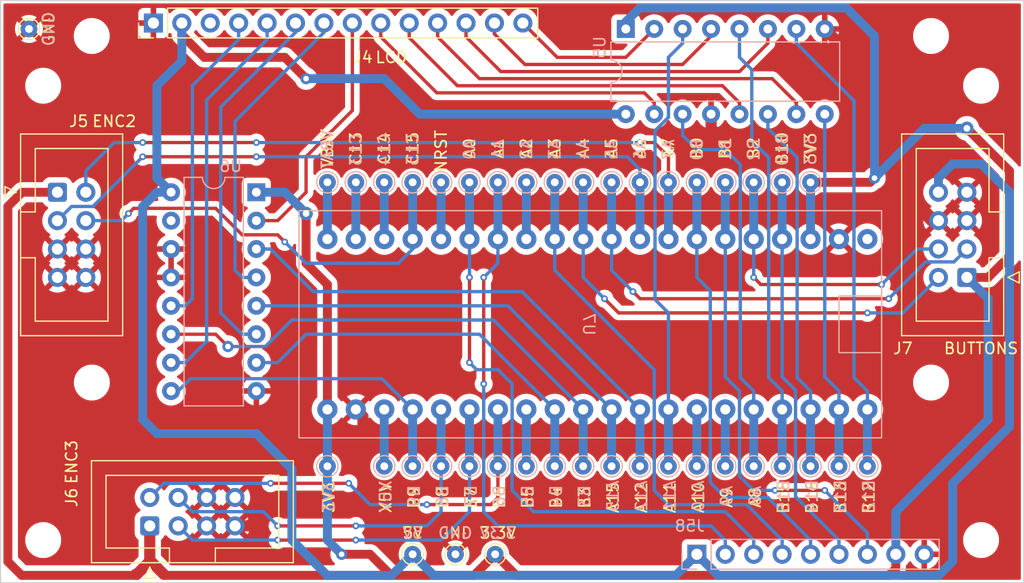
<source format=kicad_pcb>
(kicad_pcb (version 20240108) (generator "pcbnew") (generator_version "8.0")
  (layers (0 "F.Cu" signal) (31 "B.Cu" signal) (34 "B.Paste" user) (35 "F.Paste" user) (36 "B.SilkS" user "B.Silkscreen") (37 "F.SilkS" user "F.Silkscreen") (38 "B.Mask" user) (39 "F.Mask" user) (44 "Edge.Cuts" user))
  (net 0 "")
  (net 1 "VCC")
  (net 2 "GND")
  (net 3 "+3.3V")
  (net 4 "/A9")
  (net 5 "/A10")
  (net 6 "/B5")
  (net 7 "/C13")
  (net 8 "Net-(J37-Pin_1)")
  (net 9 "/B2")
  (net 10 "/C14")
  (net 11 "Net-(J55-Pin_1)")
  (net 12 "/A4")
  (net 13 "/A5")
  (net 14 "/A2")
  (net 15 "/A0")
  (net 16 "/C15")
  (net 17 "/A1")
  (net 18 "/B6")
  (net 19 "/B8")
  (net 20 "/B7")
  (net 21 "/A6")
  (net 22 "/A3")
  (net 23 "/B0")
  (net 24 "/B10")
  (net 25 "/A7")
  (net 26 "/B1")
  (net 27 "/B12")
  (net 28 "/B13")
  (net 29 "/B14")
  (net 30 "/B15")
  (net 31 "/A8")
  (net 32 "/A11")
  (net 33 "/A12")
  (net 34 "/A15")
  (net 35 "/B3")
  (net 36 "/B4")
  (net 37 "/B9")
  (net 40 "/NRST")
  (net 41 "/D_DB0")
  (net 42 "/D_DB1")
  (net 43 "/D_DB2")
  (net 44 "/D_DB3")
  (net 45 "/D_DB4")
  (net 46 "/D_DB5")
  (net 47 "/D_DB6")
  (net 48 "/D_DB7")
  (net 49 "/D_E")
  (net 50 "/D_RW")
  (net 51 "/D_RS")
  (footprint "Connector_PinHeader_2.54mm:PinHeader_1x14_P2.54mm_Vertical" (layer "F.Cu") (at 94.94 80.75 90)
    (property "Reference" "J4")
    (property "Value" "LCD")
  )
  (footprint "Connector_IDC:IDC-Header_2x04_P2.54mm_Vertical" (layer "F.Cu") (at 86.36 95.885)
    (property "Reference" "J5")
    (property "Value" "ENC2")
  )
  (footprint "TestPoint:TestPoint_THTPad_D1.5mm_Drill0.7mm" (layer "F.Cu") (at 125.482 128.27 90)
    (property "Reference" "J2" (hide yes))
    (property "Value" "3.3V")
  )
  (footprint "MountingHole:MountingHole_2.7mm_M2.5" (layer "F.Cu") (at 164.44 112.91)
    (property "Reference" "H3")
    (property "Value" "M2.5")
  )
  (footprint "MountingHole:MountingHole_2.7mm_M2.5" (layer "F.Cu") (at 85.09 127)
    (property "Reference" "H11" (hide yes))
    (property "Value" "M2.5")
  )
  (footprint "MountingHole:MountingHole_2.7mm_M2.5" (layer "F.Cu") (at 168.91 127)
    (property "Reference" "H7" (hide yes))
    (property "Value" "M2.5")
  )
  (footprint "MountingHole:MountingHole_2.7mm_M2.5" (layer "F.Cu") (at 85.09 86.36)
    (property "Reference" "H1" (hide yes))
    (property "Value" "M2.5")
  )
  (footprint "MountingHole:MountingHole_2.7mm_M2.5" (layer "F.Cu") (at 168.91 86.36)
    (property "Reference" "H9" (hide yes))
    (property "Value" "M2.5")
  )
  (footprint "Connector_IDC:IDC-Header_2x04_P2.54mm_Vertical" (layer "F.Cu") (at 94.615 125.73 90)
    (property "Reference" "J6")
    (property "Value" "ENC3")
  )
  (footprint "MountingHole:MountingHole_2.7mm_M2.5" (layer "F.Cu") (at 89.44 112.91)
    (property "Reference" "H2")
    (property "Value" "M2.5")
  )
  (footprint "TestPoint:TestPoint_THTPad_D1.5mm_Drill0.7mm" (layer "F.Cu") (at 118.11 128.27 90)
    (property "Reference" "J3" (hide yes))
    (property "Value" "5V")
  )
  (footprint "MountingHole:MountingHole_2.7mm_M2.5" (layer "F.Cu") (at 164.44 81.91)
    (property "Reference" "H5")
    (property "Value" "M2.5")
  )
  (footprint "MountingHole:MountingHole_2.7mm_M2.5" (layer "F.Cu") (at 89.43 81.91)
    (property "Reference" "H4")
    (property "Value" "M2.5")
  )
  (footprint "TestPoint:TestPoint_THTPad_D1.5mm_Drill0.7mm" (layer "F.Cu") (at 83.82 81.28 90)
    (property "Reference" "J10" (hide yes))
    (property "Value" "GND")
  )
  (footprint "Connector_IDC:IDC-Header_2x04_P2.54mm_Vertical" (layer "F.Cu") (at 167.64 103.505 180)
    (property "Reference" "J7")
    (property "Value" "BUTTONS")
  )
  (footprint "TestPoint:TestPoint_THTPad_D1.5mm_Drill0.7mm" (layer "F.Cu") (at 121.932 128.27 90)
    (property "Reference" "J1" (hide yes))
    (property "Value" "GND")
  )
  (footprint "TestPoint:TestPoint_THTPad_D1.5mm_Drill0.7mm" (layer "B.Cu") (at 140.97 120.396 90)
    (property "Reference" "J27" (hide yes))
    (property "Value" "A11")
  )
  (footprint "TestPoint:TestPoint_THTPad_D1.5mm_Drill0.7mm" (layer "B.Cu") (at 143.51 120.396 90)
    (property "Reference" "J26" (hide yes))
    (property "Value" "A10")
  )
  (footprint "TestPoint:TestPoint_THTPad_D1.5mm_Drill0.7mm" (layer "B.Cu") (at 130.81 94.996 90)
    (property "Reference" "J46" (hide yes))
    (property "Value" "A3")
  )
  (footprint "TestPoint:TestPoint_THTPad_D1.5mm_Drill0.7mm" (layer "B.Cu") (at 123.19 120.396 90)
    (property "Reference" "J34" (hide yes))
    (property "Value" "B7")
  )
  (footprint "TestPoint:TestPoint_THTPad_D1.5mm_Drill0.7mm" (layer "B.Cu") (at 138.43 94.996 90)
    (property "Reference" "J43" (hide yes))
    (property "Value" "A6")
  )
  (footprint "TestPoint:TestPoint_THTPad_D1.5mm_Drill0.7mm" (layer "B.Cu") (at 110.49 120.396 90)
    (property "Reference" "J53" (hide yes))
    (property "Value" "3V3")
  )
  (footprint "TestPoint:TestPoint_THTPad_D1.5mm_Drill0.7mm" (layer "B.Cu") (at 128.27 94.996 90)
    (property "Reference" "J47" (hide yes))
    (property "Value" "A2")
  )
  (footprint "TestPoint:TestPoint_THTPad_D1.5mm_Drill0.7mm" (layer "B.Cu") (at 135.89 120.396 90)
    (property "Reference" "J29" (hide yes))
    (property "Value" "A15")
  )
  (footprint "TestPoint:TestPoint_THTPad_D1.5mm_Drill0.7mm" (layer "B.Cu") (at 115.57 120.396 90)
    (property "Reference" "J37" (hide yes))
    (property "Value" "X5V")
  )
  (footprint "TestPoint:TestPoint_THTPad_D1.5mm_Drill0.7mm" (layer "B.Cu") (at 146.05 94.996 90)
    (property "Reference" "J40" (hide yes))
    (property "Value" "B1")
  )
  (footprint "TestPoint:TestPoint_THTPad_D1.5mm_Drill0.7mm" (layer "B.Cu") (at 140.97 94.996 90)
    (property "Reference" "J42" (hide yes))
    (property "Value" "A7")
  )
  (footprint "TestPoint:TestPoint_THTPad_D1.5mm_Drill0.7mm" (layer "B.Cu") (at 153.67 94.996 90)
    (property "Reference" "J56" (hide yes))
    (property "Value" "3V3")
  )
  (footprint "TestPoint:TestPoint_THTPad_D1.5mm_Drill0.7mm" (layer "B.Cu") (at 158.75 120.396 90)
    (property "Reference" "J20" (hide yes))
    (property "Value" "B12")
  )
  (footprint "TestPoint:TestPoint_THTPad_D1.5mm_Drill0.7mm" (layer "B.Cu") (at 135.89 94.996 90)
    (property "Reference" "J44" (hide yes))
    (property "Value" "A5")
  )
  (footprint "TestPoint:TestPoint_THTPad_D1.5mm_Drill0.7mm" (layer "B.Cu") (at 128.27 120.396 90)
    (property "Reference" "J32" (hide yes))
    (property "Value" "B5")
  )
  (footprint "TestPoint:TestPoint_THTPad_D1.5mm_Drill0.7mm" (layer "B.Cu") (at 123.19 94.996 90)
    (property "Reference" "J49" (hide yes))
    (property "Value" "A0")
  )
  (footprint "TestPoint:TestPoint_THTPad_D1.5mm_Drill0.7mm" (layer "B.Cu") (at 113.03 94.996 90)
    (property "Reference" "J52" (hide yes))
    (property "Value" "C13")
  )
  (footprint "Connector_PinSocket_2.54mm:PinSocket_1x09_P2.54mm_Vertical" (layer "B.Cu") (at 143.51 128.27 -90)
    (property "Reference" "J58")
    (property "Value" "middle_from_bottom")
  )
  (footprint "TestPoint:TestPoint_THTPad_D1.5mm_Drill0.7mm" (layer "B.Cu") (at 115.57 94.996 90)
    (property "Reference" "J51" (hide yes))
    (property "Value" "C14")
  )
  (footprint "TestPoint:TestPoint_THTPad_D1.5mm_Drill0.7mm" (layer "B.Cu") (at 130.81 120.396 90)
    (property "Reference" "J31" (hide yes))
    (property "Value" "B4")
  )
  (footprint "TestPoint:TestPoint_THTPad_D1.5mm_Drill0.7mm" (layer "B.Cu") (at 151.13 94.996 90)
    (property "Reference" "J38" (hide yes))
    (property "Value" "B10")
  )
  (footprint "TestPoint:TestPoint_THTPad_D1.5mm_Drill0.7mm" (layer "B.Cu") (at 148.59 120.396 90)
    (property "Reference" "J24" (hide yes))
    (property "Value" "A8")
  )
  (footprint "TestPoint:TestPoint_THTPad_D1.5mm_Drill0.7mm" (layer "B.Cu") (at 138.43 120.396 90)
    (property "Reference" "J28" (hide yes))
    (property "Value" "A12")
  )
  (footprint "TestPoint:TestPoint_THTPad_D1.5mm_Drill0.7mm" (layer "B.Cu") (at 146.05 120.396 90)
    (property "Reference" "J25" (hide yes))
    (property "Value" "A9")
  )
  (footprint "TestPoint:TestPoint_THTPad_D1.5mm_Drill0.7mm" (layer "B.Cu") (at 120.65 94.996 90)
    (property "Reference" "J54" (hide yes))
    (property "Value" "NRST" (hide yes))
  )
  (footprint "TestPoint:TestPoint_THTPad_D1.5mm_Drill0.7mm" (layer "B.Cu") (at 153.67 120.396 90)
    (property "Reference" "J22" (hide yes))
    (property "Value" "B14")
  )
  (footprint "TestPoint:TestPoint_THTPad_D1.5mm_Drill0.7mm" (layer "B.Cu") (at 156.21 120.396 90)
    (property "Reference" "J21" (hide yes))
    (property "Value" "B13")
  )
  (footprint "TestPoint:TestPoint_THTPad_D1.5mm_Drill0.7mm" (layer "B.Cu") (at 118.11 94.996 90)
    (property "Reference" "J50" (hide yes))
    (property "Value" "C15")
  )
  (footprint "TestPoint:TestPoint_THTPad_D1.5mm_Drill0.7mm" (layer "B.Cu") (at 151.13 120.396 90)
    (property "Reference" "J23" (hide yes))
    (property "Value" "B15")
  )
  (footprint "TestPoint:TestPoint_THTPad_D1.5mm_Drill0.7mm" (layer "B.Cu") (at 125.73 94.996 90)
    (property "Reference" "J48" (hide yes))
    (property "Value" "A1")
  )
  (footprint "TestPoint:TestPoint_THTPad_D1.5mm_Drill0.7mm" (layer "B.Cu") (at 133.35 94.996 90)
    (property "Reference" "J45" (hide yes))
    (property "Value" "A4")
  )
  (footprint "TestPoint:TestPoint_THTPad_D1.5mm_Drill0.7mm" (layer "B.Cu") (at 143.51 94.996 90)
    (property "Reference" "J41" (hide yes))
    (property "Value" "B0")
  )
  (footprint "TestPoint:TestPoint_THTPad_D1.5mm_Drill0.7mm" (layer "B.Cu") (at 133.35 120.396 90)
    (property "Reference" "J30" (hide yes))
    (property "Value" "B3")
  )
  (footprint "Package_DIP:DIP-16_W7.62mm" (layer "B.Cu") (at 104.14 95.885 180)
    (property "Reference" "U6")
    (property "Value" "CD4504B")
  )
  (footprint "TestPoint:TestPoint_THTPad_D1.5mm_Drill0.7mm" (layer "B.Cu") (at 125.73 120.396 90)
    (property "Reference" "J33" (hide yes))
    (property "Value" "B6")
  )
  (footprint "TestPoint:TestPoint_THTPad_D1.5mm_Drill0.7mm" (layer "B.Cu") (at 120.65 120.396 90)
    (property "Reference" "J35" (hide yes))
    (property "Value" "B8")
  )
  (footprint "WeAct_Blackpill:BlackPill_V3_no_debug" (layer "B.Cu") (at 133.35 107.696 90)
    (property "Reference" "U7")
    (property "Value" "STM32F411_Blackpill_no_debug")
  )
  (footprint "TestPoint:TestPoint_THTPad_D1.5mm_Drill0.7mm" (layer "B.Cu") (at 118.11 120.396 90)
    (property "Reference" "J36" (hide yes))
    (property "Value" "B9")
  )
  (footprint "TestPoint:TestPoint_THTPad_D1.5mm_Drill0.7mm" (layer "B.Cu") (at 148.59 94.996 90)
    (property "Reference" "J39" (hide yes))
    (property "Value" "B2")
  )
  (footprint "Package_DIP:DIP-16_W7.62mm" (layer "B.Cu") (at 137.16 81.28 -90)
    (property "Reference" "U5")
    (property "Value" "CD4504B")
  )
  (footprint "TestPoint:TestPoint_THTPad_D1.5mm_Drill0.7mm" (layer "B.Cu") (at 110.49 94.996 90)
    (property "Reference" "J55" (hide yes))
    (property "Value" "VBAT")
  )
  (gr_rect (start 81.28 78.74) (end 172.72 130.81) (stroke (width 0.1)) (fill none) (layer "Edge.Cuts"))
  (gr_text "GND" (at 85.598 81.28 90) (layer "B.SilkS") (effects (font (size 1 1)) (justify mirror)))
  (gr_text "GND" (at 121.92 126.365 0) (layer "B.SilkS") (effects (font (size 1 1)) (justify mirror)))
  (gr_text "5V" (at 118.11 126.365 0) (layer "B.SilkS") (effects (font (size 1 1)) (justify mirror)))
  (gr_text "3.3V" (at 125.73 126.365 0) (layer "B.SilkS") (effects (font (size 1 1)) (justify mirror)))
  (gr_text "A3" (at 130.81 91.948 90) (layer "F.SilkS") (effects (font (size 1 1))))
  (gr_text "A11" (at 141.097 123.19 90) (layer "F.SilkS") (effects (font (size 1 1))))
  (gr_text "B13" (at 156.337 123.19 90) (layer "F.SilkS") (effects (font (size 1 1))))
  (gr_text "3V3" (at 110.617 123.19 90) (layer "F.SilkS") (effects (font (size 1 1))))
  (gr_text "B8" (at 120.777 123.19 90) (layer "F.SilkS") (effects (font (size 1 1))))
  (gr_text "B5" (at 128.397 123.19 90) (layer "F.SilkS") (effects (font (size 1 1))))
  (gr_text "A0" (at 123.19 91.948 90) (layer "F.SilkS") (effects (font (size 1 1))))
  (gr_text "X5V" (at 115.697 123.19 90) (layer "F.SilkS") (effects (font (size 1 1))))
  (gr_text "A6" (at 138.43 91.948 90) (layer "F.SilkS") (effects (font (size 1 1))))
  (gr_text "A10" (at 143.637 123.19 90) (layer "F.SilkS") (effects (font (size 1 1))))
  (gr_text "B7" (at 123.317 123.19 90) (layer "F.SilkS") (effects (font (size 1 1))))
  (gr_text "A4" (at 133.35 91.948 90) (layer "F.SilkS") (effects (font (size 1 1))))
  (gr_text "NRST" (at 120.65 92.202 90) (layer "F.SilkS") (effects (font (size 1 1))))
  (gr_text "B12" (at 158.877 123.19 90) (layer "F.SilkS") (effects (font (size 1 1))))
  (gr_text "3V3" (at 153.67 91.948 90) (layer "F.SilkS") (effects (font (size 1 1))))
  (gr_text "B9" (at 118.237 123.19 90) (layer "F.SilkS") (effects (font (size 1 1))))
  (gr_text "A1" (at 125.73 91.948 90) (layer "F.SilkS") (effects (font (size 1 1))))
  (gr_text "B0" (at 143.51 91.948 90) (layer "F.SilkS") (effects (font (size 1 1))))
  (gr_text "B10" (at 151.13 91.948 90) (layer "F.SilkS") (effects (font (size 1 1))))
  (gr_text "B14" (at 153.797 123.19 90) (layer "F.SilkS") (effects (font (size 1 1))))
  (gr_text "A5" (at 135.89 91.948 90) (layer "F.SilkS") (effects (font (size 1 1))))
  (gr_text "VBAT" (at 110.49 91.948 90) (layer "F.SilkS") (effects (font (size 1 1))))
  (gr_text "B3" (at 133.477 123.19 90) (layer "F.SilkS") (effects (font (size 1 1))))
  (gr_text "A15" (at 136.017 123.19 90) (layer "F.SilkS") (effects (font (size 1 1))))
  (gr_text "C14" (at 115.57 91.948 90) (layer "F.SilkS") (effects (font (size 1 1))))
  (gr_text "B4" (at 130.937 123.19 90) (layer "F.SilkS") (effects (font (size 1 1))))
  (gr_text "A7" (at 140.97 91.948 90) (layer "F.SilkS") (effects (font (size 1 1))))
  (gr_text "B1" (at 146.05 91.948 90) (layer "F.SilkS") (effects (font (size 1 1))))
  (gr_text "B6" (at 125.857 123.19 90) (layer "F.SilkS") (effects (font (size 1 1))))
  (gr_text "A12" (at 138.557 123.19 90) (layer "F.SilkS") (effects (font (size 1 1))))
  (gr_text "C13" (at 113.03 91.948 90) (layer "F.SilkS") (effects (font (size 1 1))))
  (gr_text "B15" (at 151.257 123.19 90) (layer "F.SilkS") (effects (font (size 1 1))))
  (gr_text "A2" (at 128.27 91.948 90) (layer "F.SilkS") (effects (font (size 1 1))))
  (gr_text "A9" (at 146.177 123.19 90) (layer "F.SilkS") (effects (font (size 1 1))))
  (gr_text "A8" (at 148.717 123.19 90) (layer "F.SilkS") (effects (font (size 1 1))))
  (gr_text "C15" (at 118.11 91.948 90) (layer "F.SilkS") (effects (font (size 1 1))))
  (gr_text "B2" (at 148.59 91.948 90) (layer "F.SilkS") (effects (font (size 1 1))))
  (segment (start 106.68 83.82) (end 99.4875 83.82) (width 0.8) (layer "F.Cu") (net 1))
  (segment (start 108.585 85.725) (end 106.68 83.82) (width 0.8) (layer "F.Cu") (net 1))
  (segment (start 97.48 81.8125) (end 97.48 80.75) (width 0.8) (layer "F.Cu") (net 1))
  (segment (start 99.4875 83.82) (end 97.48 81.8125) (width 0.8) (layer "F.Cu") (net 1))
  (via (at 108.585 85.725) (size 1) (drill 0.5) (layers "F.Cu" "B.Cu") (net 1))
  (segment (start 171.45 116.84) (end 166.37 121.92) (width 0.8) (layer "B.Cu") (net 1))
  (segment (start 104.14 117.475) (end 107.315 120.65) (width 0.8) (layer "B.Cu") (net 1))
  (segment (start 143.51 128.27) (end 141.624 130.156) (width 0.8) (layer "B.Cu") (net 1))
  (segment (start 168.91 93.345) (end 171.45 95.885) (width 0.8) (layer "B.Cu") (net 1))
  (segment (start 166.37 121.92) (end 166.37 128.905) (width 0.8) (layer "B.Cu") (net 1))
  (segment (start 116.224 130.156) (end 118.11 128.27) (width 0.8) (layer "B.Cu") (net 1))
  (segment (start 96.52 95.885) (end 95.25 94.615) (width 0.8) (layer "B.Cu") (net 1))
  (segment (start 95.25 117.475) (end 104.14 117.475) (width 0.8) (layer "B.Cu") (net 1))
  (segment (start 95.25 94.615) (end 95.25 86.36) (width 0.8) (layer "B.Cu") (net 1))
  (segment (start 108.585 85.725) (end 115.57 85.725) (width 0.8) (layer "B.Cu") (net 1))
  (segment (start 145.396 130.156) (end 143.51 128.27) (width 0.8) (layer "B.Cu") (net 1))
  (segment (start 118.745 88.9) (end 137.16 88.9) (width 0.8) (layer "B.Cu") (net 1))
  (segment (start 119.996 130.156) (end 118.11 128.27) (width 0.8) (layer "B.Cu") (net 1))
  (segment (start 115.57 85.725) (end 118.745 88.9) (width 0.8) (layer "B.Cu") (net 1))
  (segment (start 166.37 93.345) (end 168.91 93.345) (width 0.8) (layer "B.Cu") (net 1))
  (segment (start 107.315 127) (end 110.471 130.156) (width 0.8) (layer "B.Cu") (net 1))
  (segment (start 97.48 84.13) (end 97.48 80.75) (width 0.8) (layer "B.Cu") (net 1))
  (segment (start 95.25 95.885) (end 93.98 97.155) (width 0.8) (layer "B.Cu") (net 1))
  (segment (start 165.1 95.885) (end 165.1 94.615) (width 0.8) (layer "B.Cu") (net 1))
  (segment (start 110.471 130.156) (end 116.224 130.156) (width 0.8) (layer "B.Cu") (net 1))
  (segment (start 96.52 95.885) (end 95.25 95.885) (width 0.8) (layer "B.Cu") (net 1))
  (segment (start 141.624 130.156) (end 119.996 130.156) (width 0.8) (layer "B.Cu") (net 1))
  (segment (start 95.25 86.36) (end 97.48 84.13) (width 0.8) (layer "B.Cu") (net 1))
  (segment (start 93.98 116.205) (end 95.25 117.475) (width 0.8) (layer "B.Cu") (net 1))
  (segment (start 165.1 94.615) (end 166.37 93.345) (width 0.8) (layer "B.Cu") (net 1))
  (segment (start 97.48 80.75) (end 97.358894 80.75) (width 0.4) (layer "B.Cu") (net 1))
  (segment (start 107.315 120.65) (end 107.315 127) (width 0.8) (layer "B.Cu") (net 1))
  (segment (start 166.37 128.905) (end 165.119 130.156) (width 0.8) (layer "B.Cu") (net 1))
  (segment (start 165.119 130.156) (end 145.396 130.156) (width 0.8) (layer "B.Cu") (net 1))
  (segment (start 171.45 95.885) (end 171.45 116.84) (width 0.8) (layer "B.Cu") (net 1))
  (segment (start 93.98 97.155) (end 93.98 116.205) (width 0.8) (layer "B.Cu") (net 1))
  (segment (start 161.925 95.885) (end 161.925 92.075) (width 1) (layer "F.Cu") (net 2))
  (segment (start 113.665 122.555) (end 112.395 123.825) (width 1) (layer "F.Cu") (net 2))
  (segment (start 146.685 92.075) (end 161.925 92.075) (width 1) (layer "F.Cu") (net 2))
  (segment (start 161.925 88.265) (end 154.94 81.28) (width 1) (layer "F.Cu") (net 2))
  (segment (start 161.925 92.075) (end 161.925 88.265) (width 1) (layer "F.Cu") (net 2))
  (segment (start 113.665 115.951) (end 113.665 122.555) (width 1) (layer "F.Cu") (net 2))
  (segment (start 144.78 90.17) (end 146.685 92.075) (width 1) (layer "F.Cu") (net 2))
  (segment (start 113.03 115.316) (end 113.665 115.951) (width 1) (layer "F.Cu") (net 2))
  (segment (start 164.465 98.425) (end 161.925 95.885) (width 1) (layer "F.Cu") (net 2))
  (segment (start 105.41 123.825) (end 103.505 125.73) (width 1) (layer "F.Cu") (net 2))
  (segment (start 112.395 123.825) (end 105.41 123.825) (width 1) (layer "F.Cu") (net 2))
  (segment (start 165.1 98.425) (end 164.465 98.425) (width 1) (layer "F.Cu") (net 2))
  (segment (start 144.78 88.9) (end 144.78 90.17) (width 1) (layer "F.Cu") (net 2))
  (segment (start 103.505 125.73) (end 102.235 125.73) (width 1) (layer "F.Cu") (net 2))
  (segment (start 94.615 128.905) (end 93.464 130.056) (width 1) (layer "F.Cu") (net 3))
  (segment (start 108.585 102.235) (end 110.49 104.14) (width 0.8) (layer "F.Cu") (net 3))
  (segment (start 161.29 128.27) (end 161.29 129.54) (width 0.8) (layer "F.Cu") (net 3))
  (segment (start 159.385 94.615) (end 159.004 94.996) (width 0.8) (layer "F.Cu") (net 3))
  (segment (start 167.64 103.505) (end 169.545 103.505) (width 0.8) (layer "F.Cu") (net 3))
  (segment (start 81.934 128.924) (end 81.934 97.155) (width 0.8) (layer "F.Cu") (net 3))
  (segment (start 171.45 93.98) (end 167.64 90.17) (width 0.8) (layer "F.Cu") (net 3))
  (segment (start 110.49 104.14) (end 110.49 115.316) (width 0.8) (layer "F.Cu") (net 3))
  (segment (start 83.166 130.156) (end 81.934 128.924) (width 0.8) (layer "F.Cu") (net 3))
  (segment (start 93.364 130.156) (end 83.166 130.156) (width 0.8) (layer "F.Cu") (net 3))
  (segment (start 111.76 128.27) (end 114.3 128.27) (width 0.8) (layer "F.Cu") (net 3))
  (segment (start 127.368 130.156) (end 125.482 128.27) (width 0.8) (layer "F.Cu") (net 3))
  (segment (start 161.29 129.54) (end 160.674 130.156) (width 0.8) (layer "F.Cu") (net 3))
  (segment (start 116.186 130.156) (end 123.596 130.156) (width 0.8) (layer "F.Cu") (net 3))
  (segment (start 116.186 130.156) (end 95.866 130.156) (width 0.8) (layer "F.Cu") (net 3))
  (segment (start 169.545 103.505) (end 171.45 101.6) (width 0.8) (layer "F.Cu") (net 3))
  (segment (start 81.934 97.155) (end 83.204 95.885) (width 0.8) (layer "F.Cu") (net 3))
  (segment (start 83.204 95.885) (end 86.36 95.885) (width 0.8) (layer "F.Cu") (net 3))
  (segment (start 108.585 97.79) (end 108.585 102.235) (width 0.8) (layer "F.Cu") (net 3))
  (segment (start 94.615 128.805) (end 95.866 130.056) (width 1) (layer "F.Cu") (net 3))
  (segment (start 159.004 94.996) (end 153.67 94.996) (width 0.8) (layer "F.Cu") (net 3))
  (segment (start 94.615 125.73) (end 94.615 128.805) (width 1) (layer "F.Cu") (net 3))
  (segment (start 160.674 130.156) (end 127.368 130.156) (width 0.8) (layer "F.Cu") (net 3))
  (segment (start 123.596 130.156) (end 125.482 128.27) (width 0.8) (layer "F.Cu") (net 3))
  (segment (start 93.464 130.056) (end 93.364 130.056) (width 1) (layer "F.Cu") (net 3))
  (segment (start 94.615 128.805) (end 94.615 128.905) (width 1) (layer "F.Cu") (net 3))
  (segment (start 171.45 101.6) (end 171.45 93.98) (width 0.8) (layer "F.Cu") (net 3))
  (segment (start 114.3 128.27) (end 116.186 130.156) (width 0.8) (layer "F.Cu") (net 3))
  (via (at 159.385 94.615) (size 1) (drill 0.5) (layers "F.Cu" "B.Cu") (net 3))
  (via (at 167.64 90.17) (size 1.2) (drill 0.6) (layers "F.Cu" "B.Cu") (net 3))
  (via (at 111.76 128.27) (size 1) (drill 0.5) (layers "F.Cu" "B.Cu") (net 3))
  (via (at 108.585 97.79) (size 1.2) (drill 0.6) (layers "F.Cu" "B.Cu") (net 3))
  (segment (start 169.545 116.205) (end 169.545 105.41) (width 0.8) (layer "B.Cu") (net 3))
  (segment (start 156.864 79.394) (end 138.411 79.394) (width 0.8) (layer "B.Cu") (net 3))
  (segment (start 137.16 80.645) (end 137.16 81.28) (width 0.8) (layer "B.Cu") (net 3))
  (segment (start 153.67 100.076) (end 153.67 94.996) (width 0.8) (layer "B.Cu") (net 3))
  (segment (start 163.83 90.17) (end 167.64 90.17) (width 0.8) (layer "B.Cu") (net 3))
  (segment (start 169.545 105.41) (end 167.64 103.505) (width 0.8) (layer "B.Cu") (net 3))
  (segment (start 106.68 95.885) (end 104.14 95.885) (width 0.8) (layer "B.Cu") (net 3))
  (segment (start 161.29 128.27) (end 161.29 124.46) (width 0.8) (layer "B.Cu") (net 3))
  (segment (start 110.49 120.396) (end 110.49 115.316) (width 0.8) (layer "B.Cu") (net 3))
  (segment (start 159.385 94.615) (end 163.83 90.17) (width 0.8) (layer "B.Cu") (net 3))
  (segment (start 161.29 124.46) (end 169.545 116.205) (width 0.8) (layer "B.Cu") (net 3))
  (segment (start 111.76 128.27) (end 110.49 127) (width 0.8) (layer "B.Cu") (net 3))
  (segment (start 159.385 81.915) (end 156.864 79.394) (width 0.8) (layer "B.Cu") (net 3))
  (segment (start 159.385 94.615) (end 159.385 81.915) (width 0.8) (layer "B.Cu") (net 3))
  (segment (start 110.49 127) (end 110.49 120.396) (width 0.8) (layer "B.Cu") (net 3))
  (segment (start 138.411 79.394) (end 137.16 80.645) (width 0.8) (layer "B.Cu") (net 3))
  (segment (start 108.585 97.79) (end 106.68 95.885) (width 0.8) (layer "B.Cu") (net 3))
  (segment (start 146.05 120.396) (end 146.05 115.316) (width 0.8) (layer "B.Cu") (net 4))
  (segment (start 143.51 120.396) (end 143.51 115.316) (width 0.8) (layer "B.Cu") (net 5))
  (segment (start 128.27 120.396) (end 128.27 115.316) (width 0.8) (layer "B.Cu") (net 6))
  (segment (start 113.03 100.076) (end 113.03 94.996) (width 0.8) (layer "B.Cu") (net 7))
  (segment (start 115.57 115.316) (end 115.57 120.396) (width 0.8) (layer "B.Cu") (net 8))
  (segment (start 149.225 104.14) (end 148.59 103.505) (width 0.3) (layer "F.Cu") (net 9))
  (segment (start 160.02 104.14) (end 149.225 104.14) (width 0.3) (layer "F.Cu") (net 9))
  (via (at 148.59 103.505) (size 0.6) (drill 0.3) (layers "F.Cu" "B.Cu") (net 9))
  (via (at 160.02 104.14) (size 0.6) (drill 0.3) (layers "F.Cu" "B.Cu") (net 9))
  (segment (start 163.195 100.965) (end 165.1 100.965) (width 0.3) (layer "B.Cu") (net 9))
  (segment (start 148.59 100.076) (end 148.59 94.996) (width 0.8) (layer "B.Cu") (net 9))
  (segment (start 160.02 104.14) (end 163.195 100.965) (width 0.3) (layer "B.Cu") (net 9))
  (segment (start 148.59 103.505) (end 148.59 100.076) (width 0.3) (layer "B.Cu") (net 9))
  (segment (start 115.57 100.076) (end 115.57 94.996) (width 0.8) (layer "B.Cu") (net 10))
  (segment (start 110.49 100.076) (end 110.49 94.996) (width 0.8) (layer "B.Cu") (net 11))
  (segment (start 158.75 106.68) (end 136.525 106.68) (width 0.3) (layer "F.Cu") (net 12))
  (segment (start 136.525 106.68) (end 135.255 105.41) (width 0.3) (layer "F.Cu") (net 12))
  (via (at 158.75 106.68) (size 0.6) (drill 0.3) (layers "F.Cu" "B.Cu") (net 12))
  (via (at 135.255 105.41) (size 0.6) (drill 0.3) (layers "F.Cu" "B.Cu") (net 12))
  (segment (start 158.75 106.68) (end 161.925 106.68) (width 0.3) (layer "B.Cu") (net 12))
  (segment (start 133.35 103.505) (end 133.35 100.076) (width 0.3) (layer "B.Cu") (net 12))
  (segment (start 161.925 106.68) (end 165.1 103.505) (width 0.3) (layer "B.Cu") (net 12))
  (segment (start 135.255 105.41) (end 133.35 103.505) (width 0.3) (layer "B.Cu") (net 12))
  (segment (start 133.35 100.076) (end 133.35 94.996) (width 0.8) (layer "B.Cu") (net 12))
  (segment (start 160.655 105.41) (end 138.43 105.41) (width 0.3) (layer "F.Cu") (net 13))
  (segment (start 138.43 105.41) (end 137.795 104.775) (width 0.3) (layer "F.Cu") (net 13))
  (via (at 160.655 105.41) (size 0.6) (drill 0.3) (layers "F.Cu" "B.Cu") (net 13))
  (via (at 137.795 104.775) (size 0.6) (drill 0.3) (layers "F.Cu" "B.Cu") (net 13))
  (segment (start 166.49 102.115) (end 167.64 100.965) (width 0.3) (layer "B.Cu") (net 13))
  (segment (start 163.95 102.115) (end 166.49 102.115) (width 0.3) (layer "B.Cu") (net 13))
  (segment (start 135.89 100.076) (end 135.89 94.996) (width 0.8) (layer "B.Cu") (net 13))
  (segment (start 135.89 102.87) (end 135.89 100.076) (width 0.3) (layer "B.Cu") (net 13))
  (segment (start 160.655 105.41) (end 163.95 102.115) (width 0.3) (layer "B.Cu") (net 13))
  (segment (start 137.795 104.775) (end 135.89 102.87) (width 0.3) (layer "B.Cu") (net 13))
  (segment (start 128.27 100.076) (end 128.27 94.996) (width 0.8) (layer "B.Cu") (net 14))
  (segment (start 123.19 111.125) (end 123.19 103.505) (width 0.3) (layer "F.Cu") (net 15))
  (via (at 123.19 103.505) (size 0.6) (drill 0.3) (layers "F.Cu" "B.Cu") (net 15))
  (via (at 123.19 111.125) (size 0.6) (drill 0.3) (layers "F.Cu" "B.Cu") (net 15))
  (segment (start 146.05 124.46) (end 128.905 124.46) (width 0.3) (layer "B.Cu") (net 15))
  (segment (start 127 122.555) (end 127 113.03) (width 0.3) (layer "B.Cu") (net 15))
  (segment (start 123.825 111.76) (end 123.19 111.125) (width 0.3) (layer "B.Cu") (net 15))
  (segment (start 128.905 124.46) (end 127 122.555) (width 0.3) (layer "B.Cu") (net 15))
  (segment (start 127 113.03) (end 125.73 111.76) (width 0.3) (layer "B.Cu") (net 15))
  (segment (start 148.59 128.27) (end 148.59 127) (width 0.3) (layer "B.Cu") (net 15))
  (segment (start 148.59 127) (end 146.05 124.46) (width 0.3) (layer "B.Cu") (net 15))
  (segment (start 125.73 111.76) (end 123.825 111.76) (width 0.3) (layer "B.Cu") (net 15))
  (segment (start 123.19 103.505) (end 123.19 100.076) (width 0.3) (layer "B.Cu") (net 15))
  (segment (start 123.19 100.076) (end 123.19 94.996) (width 0.8) (layer "B.Cu") (net 15))
  (segment (start 100.500001 97.325) (end 93.175 97.325) (width 0.3) (layer "F.Cu") (net 16))
  (segment (start 93.175 97.325) (end 92.71 97.79) (width 0.3) (layer "F.Cu") (net 16))
  (segment (start 106.045 99.695) (end 106.68 100.33) (width 0.3) (layer "F.Cu") (net 16))
  (segment (start 100.500001 97.325) (end 102.870001 99.695) (width 0.3) (layer "F.Cu") (net 16))
  (segment (start 102.870001 99.695) (end 106.045 99.695) (width 0.3) (layer "F.Cu") (net 16))
  (via (at 106.68 100.33) (size 0.6) (drill 0.3) (layers "F.Cu" "B.Cu") (net 16))
  (via (at 92.71 97.79) (size 0.6) (drill 0.3) (layers "F.Cu" "B.Cu") (net 16))
  (segment (start 92.075 98.425) (end 88.9 98.425) (width 0.3) (layer "B.Cu") (net 16))
  (segment (start 116.84 102.235) (end 118.11 100.965) (width 0.3) (layer "B.Cu") (net 16))
  (segment (start 106.68 100.33) (end 108.585 102.235) (width 0.3) (layer "B.Cu") (net 16))
  (segment (start 118.11 100.076) (end 118.11 94.996) (width 0.8) (layer "B.Cu") (net 16))
  (segment (start 118.11 100.965) (end 118.11 100.076) (width 0.3) (layer "B.Cu") (net 16))
  (segment (start 108.585 102.235) (end 116.84 102.235) (width 0.3) (layer "B.Cu") (net 16))
  (segment (start 92.71 97.79) (end 92.075 98.425) (width 0.3) (layer "B.Cu") (net 16))
  (segment (start 124.46 113.03) (end 124.46 103.505) (width 0.3) (layer "F.Cu") (net 17))
  (via (at 124.46 113.03) (size 0.6) (drill 0.3) (layers "F.Cu" "B.Cu") (net 17))
  (via (at 124.46 103.505) (size 0.6) (drill 0.3) (layers "F.Cu" "B.Cu") (net 17))
  (segment (start 124.46 124.46) (end 125.73 125.73) (width 0.3) (layer "B.Cu") (net 17))
  (segment (start 146.05 127) (end 146.05 128.27) (width 0.3) (layer "B.Cu") (net 17))
  (segment (start 124.46 113.03) (end 124.46 124.46) (width 0.3) (layer "B.Cu") (net 17))
  (segment (start 125.73 100.076) (end 125.73 94.996) (width 0.8) (layer "B.Cu") (net 17))
  (segment (start 125.73 125.73) (end 144.78 125.73) (width 0.3) (layer "B.Cu") (net 17))
  (segment (start 125.73 102.235) (end 125.73 100.076) (width 0.3) (layer "B.Cu") (net 17))
  (segment (start 124.46 103.505) (end 125.73 102.235) (width 0.3) (layer "B.Cu") (net 17))
  (segment (start 144.78 125.73) (end 146.05 127) (width 0.3) (layer "B.Cu") (net 17))
  (segment (start 125.73 123.19) (end 125.73 120.396) (width 0.3) (layer "F.Cu") (net 18))
  (segment (start 119.38 123.825) (end 125.095 123.825) (width 0.3) (layer "F.Cu") (net 18))
  (segment (start 112.395 121.92) (end 105.41 121.92) (width 0.3) (layer "F.Cu") (net 18))
  (segment (start 125.095 123.825) (end 125.73 123.19) (width 0.3) (layer "F.Cu") (net 18))
  (via (at 105.41 121.92) (size 0.6) (drill 0.3) (layers "F.Cu" "B.Cu") (net 18))
  (via (at 112.395 121.92) (size 0.6) (drill 0.3) (layers "F.Cu" "B.Cu") (net 18))
  (via (at 119.38 123.825) (size 0.6) (drill 0.3) (layers "F.Cu" "B.Cu") (net 18))
  (segment (start 114.3 123.825) (end 119.38 123.825) (width 0.3) (layer "B.Cu") (net 18))
  (segment (start 125.73 120.396) (end 125.73 115.316) (width 0.8) (layer "B.Cu") (net 18))
  (segment (start 105.41 121.92) (end 95.885 121.92) (width 0.3) (layer "B.Cu") (net 18))
  (segment (start 95.885 121.92) (end 94.615 123.19) (width 0.3) (layer "B.Cu") (net 18))
  (segment (start 112.395 121.92) (end 114.3 123.825) (width 0.3) (layer "B.Cu") (net 18))
  (segment (start 113.03 125.73) (end 106.045 125.73) (width 0.3) (layer "F.Cu") (net 19))
  (via (at 106.045 125.73) (size 0.6) (drill 0.3) (layers "F.Cu" "B.Cu") (net 19))
  (via (at 113.03 125.73) (size 0.6) (drill 0.3) (layers "F.Cu" "B.Cu") (net 19))
  (segment (start 119.38 125.73) (end 113.03 125.73) (width 0.3) (layer "B.Cu") (net 19))
  (segment (start 104.775 124.46) (end 98.425 124.46) (width 0.3) (layer "B.Cu") (net 19))
  (segment (start 120.65 124.46) (end 119.38 125.73) (width 0.3) (layer "B.Cu") (net 19))
  (segment (start 106.045 125.73) (end 104.775 124.46) (width 0.3) (layer "B.Cu") (net 19))
  (segment (start 98.425 124.46) (end 97.155 123.19) (width 0.3) (layer "B.Cu") (net 19))
  (segment (start 120.65 120.396) (end 120.65 115.316) (width 0.8) (layer "B.Cu") (net 19))
  (segment (start 120.65 120.396) (end 120.65 124.46) (width 0.3) (layer "B.Cu") (net 19))
  (segment (start 109.855 127) (end 113.03 127) (width 0.3) (layer "F.Cu") (net 20))
  (segment (start 109.855 127) (end 106.045 127) (width 0.3) (layer "F.Cu") (net 20))
  (via (at 106.045 127) (size 0.6) (drill 0.3) (layers "F.Cu" "B.Cu") (net 20))
  (via (at 113.03 127) (size 0.6) (drill 0.3) (layers "F.Cu" "B.Cu") (net 20))
  (segment (start 113.03 127) (end 120.65 127) (width 0.3) (layer "B.Cu") (net 20))
  (segment (start 106.045 127) (end 98.425 127) (width 0.3) (layer "B.Cu") (net 20))
  (segment (start 98.425 127) (end 97.155 125.73) (width 0.3) (layer "B.Cu") (net 20))
  (segment (start 123.19 124.46) (end 123.19 120.396) (width 0.3) (layer "B.Cu") (net 20))
  (segment (start 120.65 127) (end 123.19 124.46) (width 0.3) (layer "B.Cu") (net 20))
  (segment (start 123.19 120.396) (end 123.19 115.316) (width 0.8) (layer "B.Cu") (net 20))
  (segment (start 93.98 92.71) (end 104.14 92.71) (width 0.3) (layer "F.Cu") (net 21))
  (via (at 104.14 92.71) (size 0.6) (drill 0.3) (layers "F.Cu" "B.Cu") (net 21))
  (via (at 93.98 92.71) (size 0.6) (drill 0.3) (layers "F.Cu" "B.Cu") (net 21))
  (segment (start 138.43 100.076) (end 138.43 94.996) (width 0.8) (layer "B.Cu") (net 21))
  (segment (start 137.287 92.71) (end 138.43 93.853) (width 0.3) (layer "B.Cu") (net 21))
  (segment (start 138.43 93.853) (end 138.43 94.996) (width 0.3) (layer "B.Cu") (net 21))
  (segment (start 89.535 97.155) (end 87.63 97.155) (width 0.3) (layer "B.Cu") (net 21))
  (segment (start 104.14 92.71) (end 137.287 92.71) (width 0.3) (layer "B.Cu") (net 21))
  (segment (start 93.98 92.71) (end 89.535 97.155) (width 0.3) (layer "B.Cu") (net 21))
  (segment (start 87.63 97.155) (end 86.36 98.425) (width 0.3) (layer "B.Cu") (net 21))
  (segment (start 130.81 102.87) (end 130.81 100.076) (width 0.3) (layer "B.Cu") (net 22))
  (segment (start 151.13 127) (end 147.955 123.825) (width 0.3) (layer "B.Cu") (net 22))
  (segment (start 140.97 123.825) (end 139.7 122.555) (width 0.3) (layer "B.Cu") (net 22))
  (segment (start 139.7 122.555) (end 139.7 111.76) (width 0.3) (layer "B.Cu") (net 22))
  (segment (start 147.955 123.825) (end 140.97 123.825) (width 0.3) (layer "B.Cu") (net 22))
  (segment (start 130.81 100.076) (end 130.81 94.996) (width 0.8) (layer "B.Cu") (net 22))
  (segment (start 151.13 128.27) (end 151.13 127) (width 0.3) (layer "B.Cu") (net 22))
  (segment (start 139.7 111.76) (end 130.81 102.87) (width 0.3) (layer "B.Cu") (net 22))
  (segment (start 143.51 103.505) (end 143.51 100.076) (width 0.3) (layer "B.Cu") (net 23))
  (segment (start 149.86 123.19) (end 146.05 123.19) (width 0.3) (layer "B.Cu") (net 23))
  (segment (start 153.67 128.27) (end 153.67 127) (width 0.3) (layer "B.Cu") (net 23))
  (segment (start 143.51 100.076) (end 143.51 94.996) (width 0.8) (layer "B.Cu") (net 23))
  (segment (start 153.67 127) (end 149.86 123.19) (width 0.3) (layer "B.Cu") (net 23))
  (segment (start 144.71 121.85) (end 144.71 104.705) (width 0.3) (layer "B.Cu") (net 23))
  (segment (start 144.71 104.705) (end 143.51 103.505) (width 0.3) (layer "B.Cu") (net 23))
  (segment (start 146.05 123.19) (end 144.71 121.85) (width 0.3) (layer "B.Cu") (net 23))
  (segment (start 151.13 112.395) (end 151.13 100.076) (width 0.3) (layer "B.Cu") (net 24))
  (segment (start 152.33 113.595) (end 151.13 112.395) (width 0.3) (layer "B.Cu") (net 24))
  (segment (start 151.13 100.076) (end 151.13 94.996) (width 0.8) (layer "B.Cu") (net 24))
  (segment (start 156.21 128.27) (end 156.21 127) (width 0.3) (layer "B.Cu") (net 24))
  (segment (start 156.21 127) (end 152.33 123.12) (width 0.3) (layer "B.Cu") (net 24))
  (segment (start 152.33 123.12) (end 152.33 113.595) (width 0.3) (layer "B.Cu") (net 24))
  (segment (start 139.7 91.44) (end 138.43 91.44) (width 0.3) (layer "F.Cu") (net 25))
  (segment (start 140.97 94.996) (end 140.97 92.71) (width 0.3) (layer "F.Cu") (net 25))
  (segment (start 140.97 92.71) (end 139.7 91.44) (width 0.3) (layer "F.Cu") (net 25))
  (segment (start 104.14 91.44) (end 93.98 91.44) (width 0.3) (layer "F.Cu") (net 25))
  (via (at 93.98 91.44) (size 0.6) (drill 0.3) (layers "F.Cu" "B.Cu") (net 25))
  (via (at 104.14 91.44) (size 0.6) (drill 0.3) (layers "F.Cu" "B.Cu") (net 25))
  (via (at 138.43 91.44) (size 0.6) (drill 0.3) (layers "F.Cu" "B.Cu") (net 25))
  (segment (start 88.9 93.98) (end 88.9 95.885) (width 0.3) (layer "B.Cu") (net 25))
  (segment (start 93.98 91.44) (end 91.44 91.44) (width 0.3) (layer "B.Cu") (net 25))
  (segment (start 140.97 100.076) (end 140.97 94.996) (width 0.8) (layer "B.Cu") (net 25))
  (segment (start 138.43 91.44) (end 104.14 91.44) (width 0.3) (layer "B.Cu") (net 25))
  (segment (start 91.44 91.44) (end 88.9 93.98) (width 0.3) (layer "B.Cu") (net 25))
  (segment (start 154.94 122.555) (end 150.495 122.555) (width 0.3) (layer "F.Cu") (net 26))
  (via (at 154.94 122.555) (size 0.6) (drill 0.3) (layers "F.Cu" "B.Cu") (net 26))
  (via (at 150.495 122.555) (size 0.6) (drill 0.3) (layers "F.Cu" "B.Cu") (net 26))
  (segment (start 147.32 121.285) (end 147.32 113.665) (width 0.3) (layer "B.Cu") (net 26))
  (segment (start 150.495 122.555) (end 148.59 122.555) (width 0.3) (layer "B.Cu") (net 26))
  (segment (start 146.05 112.395) (end 146.05 100.076) (width 0.3) (layer "B.Cu") (net 26))
  (segment (start 158.75 126.365) (end 154.94 122.555) (width 0.3) (layer "B.Cu") (net 26))
  (segment (start 147.32 113.665) (end 146.05 112.395) (width 0.3) (layer "B.Cu") (net 26))
  (segment (start 146.05 100.076) (end 146.05 94.996) (width 0.8) (layer "B.Cu") (net 26))
  (segment (start 148.59 122.555) (end 147.32 121.285) (width 0.3) (layer "B.Cu") (net 26))
  (segment (start 158.75 128.27) (end 158.75 126.365) (width 0.3) (layer "B.Cu") (net 26))
  (segment (start 158.75 113.665) (end 157.55 112.465) (width 0.3) (layer "B.Cu") (net 27))
  (segment (start 157.55 87.7) (end 152.4 82.55) (width 0.3) (layer "B.Cu") (net 27))
  (segment (start 157.55 112.465) (end 157.55 87.7) (width 0.3) (layer "B.Cu") (net 27))
  (segment (start 158.75 120.396) (end 158.75 115.316) (width 0.8) (layer "B.Cu") (net 27))
  (segment (start 158.75 115.316) (end 158.75 113.665) (width 0.3) (layer "B.Cu") (net 27))
  (segment (start 152.4 82.55) (end 152.4 81.28) (width 0.3) (layer "B.Cu") (net 27))
  (segment (start 156.21 120.396) (end 156.21 115.316) (width 0.8) (layer "B.Cu") (net 28))
  (segment (start 154.94 112.395) (end 154.94 88.9) (width 0.3) (layer "B.Cu") (net 28))
  (segment (start 156.21 113.665) (end 154.94 112.395) (width 0.3) (layer "B.Cu") (net 28))
  (segment (start 156.21 115.316) (end 156.21 113.665) (width 0.3) (layer "B.Cu") (net 28))
  (segment (start 153.67 115.316) (end 153.67 113.665) (width 0.3) (layer "B.Cu") (net 29))
  (segment (start 152.47 112.465) (end 152.47 92.78) (width 0.3) (layer "B.Cu") (net 29))
  (segment (start 152.47 92.78) (end 149.86 90.17) (width 0.3) (layer "B.Cu") (net 29))
  (segment (start 149.86 90.17) (end 149.86 88.9) (width 0.3) (layer "B.Cu") (net 29))
  (segment (start 153.67 120.396) (end 153.67 115.316) (width 0.8) (layer "B.Cu") (net 29))
  (segment (start 153.67 113.665) (end 152.47 112.465) (width 0.3) (layer "B.Cu") (net 29))
  (segment (start 151.13 113.665) (end 151.13 115.316) (width 0.3) (layer "B.Cu") (net 30))
  (segment (start 147.32 83.82) (end 148.42 84.92) (width 0.3) (layer "B.Cu") (net 30))
  (segment (start 151.13 120.396) (end 151.13 115.316) (width 0.8) (layer "B.Cu") (net 30))
  (segment (start 148.42 91.27) (end 149.93 92.78) (width 0.3) (layer "B.Cu") (net 30))
  (segment (start 148.42 84.92) (end 148.42 91.27) (width 0.3) (layer "B.Cu") (net 30))
  (segment (start 147.32 81.28) (end 147.32 83.82) (width 0.3) (layer "B.Cu") (net 30))
  (segment (start 149.93 92.78) (end 149.93 112.465) (width 0.3) (layer "B.Cu") (net 30))
  (segment (start 149.93 112.465) (end 151.13 113.665) (width 0.3) (layer "B.Cu") (net 30))
  (segment (start 142.24 90.805) (end 142.24 88.9) (width 0.3) (layer "B.Cu") (net 31))
  (segment (start 147.39 112.465) (end 147.39 93.415) (width 0.3) (layer "B.Cu") (net 31))
  (segment (start 147.39 93.415) (end 146.05 92.075) (width 0.3) (layer "B.Cu") (net 31))
  (segment (start 148.59 113.665) (end 147.39 112.465) (width 0.3) (layer "B.Cu") (net 31))
  (segment (start 146.05 92.075) (end 143.51 92.075) (width 0.3) (layer "B.Cu") (net 31))
  (segment (start 148.59 115.316) (end 148.59 113.665) (width 0.3) (layer "B.Cu") (net 31))
  (segment (start 148.59 120.396) (end 148.59 115.316) (width 0.8) (layer "B.Cu") (net 31))
  (segment (start 143.51 92.075) (end 142.24 90.805) (width 0.3) (layer "B.Cu") (net 31))
  (segment (start 140.97 106.68) (end 139.77 105.48) (width 0.3) (layer "B.Cu") (net 32))
  (segment (start 139.77 90.385635) (end 140.97 89.185635) (width 0.3) (layer "B.Cu") (net 32))
  (segment (start 139.77 105.48) (end 139.77 90.385635) (width 0.3) (layer "B.Cu") (net 32))
  (segment (start 140.97 115.316) (end 140.97 106.68) (width 0.3) (layer "B.Cu") (net 32))
  (segment (start 142.24 82.55) (end 142.24 81.28) (width 0.3) (layer "B.Cu") (net 32))
  (segment (start 140.97 89.185635) (end 140.97 83.82) (width 0.3) (layer "B.Cu") (net 32))
  (segment (start 140.97 83.82) (end 142.24 82.55) (width 0.3) (layer "B.Cu") (net 32))
  (segment (start 140.97 120.396) (end 140.97 115.316) (width 0.8) (layer "B.Cu") (net 32))
  (segment (start 105.41 100.965) (end 109.22 104.775) (width 0.3) (layer "B.Cu") (net 33))
  (segment (start 109.22 104.775) (end 127.889 104.775) (width 0.3) (layer "B.Cu") (net 33))
  (segment (start 127.889 104.775) (end 138.43 115.316) (width 0.3) (layer "B.Cu") (net 33))
  (segment (start 104.14 100.965) (end 105.41 100.965) (width 0.3) (layer "B.Cu") (net 33))
  (segment (start 138.43 120.396) (end 138.43 115.316) (width 0.8) (layer "B.Cu") (net 33))
  (segment (start 126.619 106.045) (end 104.14 106.045) (width 0.3) (layer "B.Cu") (net 34))
  (segment (start 135.89 115.316) (end 126.619 106.045) (width 0.3) (layer "B.Cu") (net 34))
  (segment (start 135.89 120.396) (end 135.89 115.316) (width 0.8) (layer "B.Cu") (net 34))
  (segment (start 101.6 109.685) (end 100.5 108.585) (width 0.3) (layer "F.Cu") (net 35))
  (segment (start 100.5 108.585) (end 96.52 108.585) (width 0.3) (layer "F.Cu") (net 35))
  (via (at 101.6 109.685) (size 1) (drill 0.5) (layers "F.Cu" "B.Cu") (net 35))
  (segment (start 125.349 107.315) (end 133.35 115.316) (width 0.3) (layer "B.Cu") (net 35))
  (segment (start 133.35 120.396) (end 133.35 115.316) (width 0.8) (layer "B.Cu") (net 35))
  (segment (start 101.6 109.685) (end 104.945 109.685) (width 0.3) (layer "B.Cu") (net 35))
  (segment (start 107.315 107.315) (end 125.349 107.315) (width 0.3) (layer "B.Cu") (net 35))
  (segment (start 104.945 109.685) (end 107.315 107.315) (width 0.3) (layer "B.Cu") (net 35))
  (segment (start 130.81 120.396) (end 130.81 115.316) (width 0.8) (layer "B.Cu") (net 36))
  (segment (start 106.045 111.125) (end 104.14 111.125) (width 0.3) (layer "B.Cu") (net 36))
  (segment (start 108.585 108.585) (end 106.045 111.125) (width 0.3) (layer "B.Cu") (net 36))
  (segment (start 124.079 108.585) (end 108.585 108.585) (width 0.3) (layer "B.Cu") (net 36))
  (segment (start 130.81 115.316) (end 124.079 108.585) (width 0.3) (layer "B.Cu") (net 36))
  (segment (start 97.155 113.665) (end 98.255 112.565) (width 0.3) (layer "B.Cu") (net 37))
  (segment (start 98.255 112.565) (end 115.359 112.565) (width 0.3) (layer "B.Cu") (net 37))
  (segment (start 96.52 113.665) (end 97.155 113.665) (width 0.3) (layer "B.Cu") (net 37))
  (segment (start 115.359 112.565) (end 118.11 115.316) (width 0.3) (layer "B.Cu") (net 37))
  (segment (start 118.11 120.396) (end 118.11 115.316) (width 0.8) (layer "B.Cu") (net 37))
  (segment (start 120.65 100.076) (end 120.65 94.996) (width 0.8) (layer "B.Cu") (net 40))
  (segment (start 102.87 103.505) (end 102.235 102.87) (width 0.3) (layer "B.Cu") (net 41))
  (segment (start 102.235 102.87) (end 102.235 89.535) (width 0.3) (layer "B.Cu") (net 41))
  (segment (start 104.14 103.505) (end 102.87 103.505) (width 0.3) (layer "B.Cu") (net 41))
  (segment (start 102.235 89.535) (end 110.18 81.59) (width 0.3) (layer "B.Cu") (net 41))
  (segment (start 110.18 81.59) (end 110.18 80.75) (width 0.3) (layer "B.Cu") (net 41))
  (segment (start 108.585 95.885) (end 108.585 92.71) (width 0.3) (layer "F.Cu") (net 42))
  (segment (start 112.72 88.575) (end 112.72 80.75) (width 0.3) (layer "F.Cu") (net 42))
  (segment (start 104.14 98.425) (end 106.045 98.425) (width 0.3) (layer "F.Cu") (net 42))
  (segment (start 106.045 98.425) (end 108.585 95.885) (width 0.3) (layer "F.Cu") (net 42))
  (segment (start 108.585 92.71) (end 112.72 88.575) (width 0.3) (layer "F.Cu") (net 42))
  (segment (start 139.7 88.9) (end 139.7 87.884) (width 0.3) (layer "F.Cu") (net 43))
  (segment (start 139.7 87.884) (end 138.811 86.995) (width 0.3) (layer "F.Cu") (net 43))
  (segment (start 115.26 81.986) (end 115.26 80.75) (width 0.3) (layer "F.Cu") (net 43))
  (segment (start 120.269 86.995) (end 115.26 81.986) (width 0.3) (layer "F.Cu") (net 43))
  (segment (start 138.811 86.995) (end 120.269 86.995) (width 0.3) (layer "F.Cu") (net 43))
  (segment (start 147.32 88.9) (end 147.32 87.884) (width 0.3) (layer "F.Cu") (net 44))
  (segment (start 145.796 86.36) (end 122.1105 86.36) (width 0.3) (layer "F.Cu") (net 44))
  (segment (start 122.1105 86.36) (end 117.8 82.0495) (width 0.3) (layer "F.Cu") (net 44))
  (segment (start 147.32 87.884) (end 145.796 86.36) (width 0.3) (layer "F.Cu") (net 44))
  (segment (start 117.8 82.0495) (end 117.8 80.75) (width 0.3) (layer "F.Cu") (net 44))
  (segment (start 152.4 88.9) (end 152.4 87.884) (width 0.3) (layer "F.Cu") (net 45))
  (segment (start 152.4 87.884) (end 150.241 85.725) (width 0.3) (layer "F.Cu") (net 45))
  (segment (start 150.241 85.725) (end 124.079 85.725) (width 0.3) (layer "F.Cu") (net 45))
  (segment (start 120.34 81.986) (end 120.34 80.75) (width 0.3) (layer "F.Cu") (net 45))
  (segment (start 124.079 85.725) (end 120.34 81.986) (width 0.3) (layer "F.Cu") (net 45))
  (segment (start 149.86 81.28) (end 149.86 82.55) (width 0.3) (layer "F.Cu") (net 46))
  (segment (start 122.88 81.986) (end 122.88 80.75) (width 0.3) (layer "F.Cu") (net 46))
  (segment (start 125.984 85.09) (end 122.88 81.986) (width 0.3) (layer "F.Cu") (net 46))
  (segment (start 147.32 85.09) (end 125.984 85.09) (width 0.3) (layer "F.Cu") (net 46))
  (segment (start 149.86 82.55) (end 147.32 85.09) (width 0.3) (layer "F.Cu") (net 46))
  (segment (start 142.24 84.455) (end 128.143 84.455) (width 0.3) (layer "F.Cu") (net 47))
  (segment (start 125.42 81.732) (end 125.42 80.75) (width 0.3) (layer "F.Cu") (net 47))
  (segment (start 144.78 81.28) (end 144.78 81.915) (width 0.3) (layer "F.Cu") (net 47))
  (segment (start 144.78 81.915) (end 142.24 84.455) (width 0.3) (layer "F.Cu") (net 47))
  (segment (start 128.143 84.455) (end 125.42 81.732) (width 0.3) (layer "F.Cu") (net 47))
  (segment (start 127.96 80.75) (end 131.03 83.82) (width 0.3) (layer "F.Cu") (net 48))
  (segment (start 131.03 83.82) (end 137.16 83.82) (width 0.3) (layer "F.Cu") (net 48))
  (segment (start 137.16 83.82) (end 139.7 81.28) (width 0.3) (layer "F.Cu") (net 48))
  (segment (start 102.87 108.585) (end 100.965 106.68) (width 0.3) (layer "B.Cu") (net 49))
  (segment (start 107.64 81.59) (end 107.64 80.75) (width 0.3) (layer "B.Cu") (net 49))
  (segment (start 104.14 108.585) (end 102.87 108.585) (width 0.3) (layer "B.Cu") (net 49))
  (segment (start 100.965 106.68) (end 100.965 88.265) (width 0.3) (layer "B.Cu") (net 49))
  (segment (start 100.965 88.265) (end 107.64 81.59) (width 0.3) (layer "B.Cu") (net 49))
  (segment (start 99.695 109.22) (end 99.695 87.63) (width 0.3) (layer "B.Cu") (net 50))
  (segment (start 99.695 87.63) (end 105.1 82.225) (width 0.3) (layer "B.Cu") (net 50))
  (segment (start 105.1 82.225) (end 105.1 80.75) (width 0.3) (layer "B.Cu") (net 50))
  (segment (start 97.79 111.125) (end 99.695 109.22) (width 0.3) (layer "B.Cu") (net 50))
  (segment (start 96.52 111.125) (end 97.79 111.125) (width 0.3) (layer "B.Cu") (net 50))
  (segment (start 96.52 106.045) (end 97.79 106.045) (width 0.3) (layer "B.Cu") (net 51))
  (segment (start 97.79 106.045) (end 98.425 105.41) (width 0.3) (layer "B.Cu") (net 51))
  (segment (start 98.425 86.36) (end 102.56 82.225) (width 0.3) (layer "B.Cu") (net 51))
  (segment (start 102.56 82.225) (end 102.56 80.75) (width 0.3) (layer "B.Cu") (net 51))
  (segment (start 98.425 105.41) (end 98.425 86.36) (width 0.3) (layer "B.Cu") (net 51))
  (zone (net 2) (net_name "GND") (layer "F.Cu") (priority 1) (connect_pads (clearance 0.5)) (min_thickness 0.25) (fill yes (thermal_gap 0.5) (thermal_bridge_width 0.5) (smoothing fillet) (radius 1))
    (polygon (pts (xy 81.28 78.74) (xy 172.72 78.74) (xy 172.72 130.81) (xy 81.28 130.81)))
  )
)
</source>
